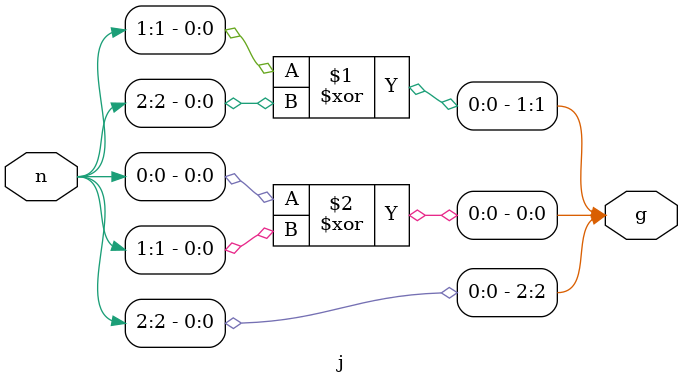
<source format=sv>
`timescale 1ns / 1ps


module j(input logic[2:0] n,output logic[2:0] g);
assign g[2] = n[2];
assign g[1] = n[1] ^ n[2];
assign g[0] = n[0] ^ n[1];
endmodule

</source>
